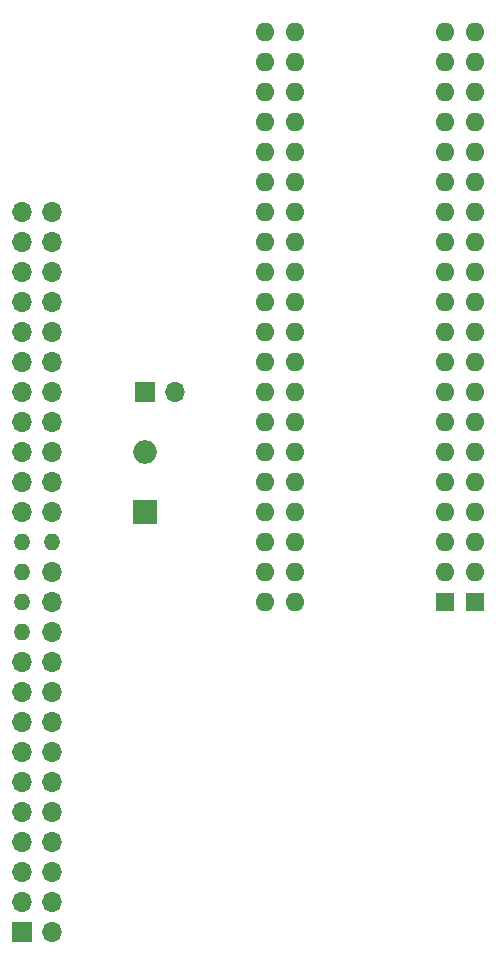
<source format=gbr>
%TF.GenerationSoftware,KiCad,Pcbnew,(6.0.6-0)*%
%TF.CreationDate,2022-07-28T07:04:45-04:00*%
%TF.ProjectId,SCSI adapter version 3,53435349-2061-4646-9170-746572207665,rev?*%
%TF.SameCoordinates,Original*%
%TF.FileFunction,Soldermask,Top*%
%TF.FilePolarity,Negative*%
%FSLAX46Y46*%
G04 Gerber Fmt 4.6, Leading zero omitted, Abs format (unit mm)*
G04 Created by KiCad (PCBNEW (6.0.6-0)) date 2022-07-28 07:04:45*
%MOMM*%
%LPD*%
G01*
G04 APERTURE LIST*
%ADD10R,1.700000X1.700000*%
%ADD11O,1.700000X1.700000*%
%ADD12R,1.600000X1.600000*%
%ADD13O,1.600000X1.600000*%
%ADD14O,1.400000X1.400000*%
%ADD15R,2.000000X2.000000*%
%ADD16O,2.000000X2.000000*%
G04 APERTURE END LIST*
D10*
%TO.C,TermPWR*%
X68580000Y-91440000D03*
D11*
X71120000Y-91440000D03*
%TD*%
D12*
%TO.C,<-Socket*%
X96520000Y-109220000D03*
D13*
X96520000Y-106680000D03*
X96520000Y-104140000D03*
X96520000Y-101600000D03*
X96520000Y-99060000D03*
X96520000Y-96520000D03*
X96520000Y-93980000D03*
X96520000Y-91440000D03*
X96520000Y-88900000D03*
X96520000Y-86360000D03*
X96520000Y-83820000D03*
X96520000Y-81280000D03*
X96520000Y-78740000D03*
X96520000Y-76200000D03*
X96520000Y-73660000D03*
X96520000Y-71120000D03*
X96520000Y-68580000D03*
X96520000Y-66040000D03*
X96520000Y-63500000D03*
X96520000Y-60960000D03*
X81280000Y-60960000D03*
X81280000Y-63500000D03*
X81280000Y-66040000D03*
X81280000Y-68580000D03*
X81280000Y-71120000D03*
X81280000Y-73660000D03*
X81280000Y-76200000D03*
X81280000Y-78740000D03*
X81280000Y-81280000D03*
X81280000Y-83820000D03*
X81280000Y-86360000D03*
X81280000Y-88900000D03*
X81280000Y-91440000D03*
X81280000Y-93980000D03*
X81280000Y-96520000D03*
X81280000Y-99060000D03*
X81280000Y-101600000D03*
X81280000Y-104140000D03*
X81280000Y-106680000D03*
X81280000Y-109220000D03*
%TD*%
D12*
%TO.C,<-Socket*%
X93980000Y-109220000D03*
D13*
X93980000Y-106680000D03*
X93980000Y-104140000D03*
X93980000Y-101600000D03*
X93980000Y-99060000D03*
X93980000Y-96520000D03*
X93980000Y-93980000D03*
X93980000Y-91440000D03*
X93980000Y-88900000D03*
X93980000Y-86360000D03*
X93980000Y-83820000D03*
X93980000Y-81280000D03*
X93980000Y-78740000D03*
X93980000Y-76200000D03*
X93980000Y-73660000D03*
X93980000Y-71120000D03*
X93980000Y-68580000D03*
X93980000Y-66040000D03*
X93980000Y-63500000D03*
X93980000Y-60960000D03*
X78740000Y-60960000D03*
X78740000Y-63500000D03*
X78740000Y-66040000D03*
X78740000Y-68580000D03*
X78740000Y-71120000D03*
X78740000Y-73660000D03*
X78740000Y-76200000D03*
X78740000Y-78740000D03*
X78740000Y-81280000D03*
X78740000Y-83820000D03*
X78740000Y-86360000D03*
X78740000Y-88900000D03*
X78740000Y-91440000D03*
X78740000Y-93980000D03*
X78740000Y-96520000D03*
X78740000Y-99060000D03*
X78740000Y-101600000D03*
X78740000Y-104140000D03*
X78740000Y-106680000D03*
X78740000Y-109220000D03*
%TD*%
D10*
%TO.C,SCSI50*%
X58133089Y-137160000D03*
D11*
X60673089Y-137160000D03*
X58133089Y-134620000D03*
X60673089Y-134620000D03*
X58133089Y-132080000D03*
X60673089Y-132080000D03*
X58133089Y-129540000D03*
X60673089Y-129540000D03*
X58133089Y-127000000D03*
X60673089Y-127000000D03*
X58133089Y-124460000D03*
X60673089Y-124460000D03*
X58133089Y-121920000D03*
X60673089Y-121920000D03*
X58133089Y-119380000D03*
X60673089Y-119380000D03*
X58133089Y-116840000D03*
X60673089Y-116840000D03*
X58133089Y-114300000D03*
X60673089Y-114300000D03*
D14*
X58133089Y-111760000D03*
D11*
X60673089Y-111760000D03*
D14*
X58133089Y-109220000D03*
D11*
X60673089Y-109220000D03*
D14*
X58133089Y-106680000D03*
D11*
X60673089Y-106680000D03*
D14*
X58133089Y-104140000D03*
X60673089Y-104140000D03*
D11*
X58133089Y-101600000D03*
X60673089Y-101600000D03*
X58133089Y-99060000D03*
X60673089Y-99060000D03*
X58133089Y-96520000D03*
X60673089Y-96520000D03*
X58133089Y-93980000D03*
X60673089Y-93980000D03*
X58133089Y-91440000D03*
X60673089Y-91440000D03*
X58133089Y-88900000D03*
X60673089Y-88900000D03*
X58133089Y-86360000D03*
X60673089Y-86360000D03*
X58133089Y-83820000D03*
X60673089Y-83820000D03*
X58133089Y-81280000D03*
X60673089Y-81280000D03*
X58133089Y-78740000D03*
X60673089Y-78740000D03*
X58133089Y-76200000D03*
X60673089Y-76200000D03*
%TD*%
D15*
%TO.C,Diode*%
X68580000Y-101600000D03*
D16*
X68580000Y-96520000D03*
%TD*%
M02*

</source>
